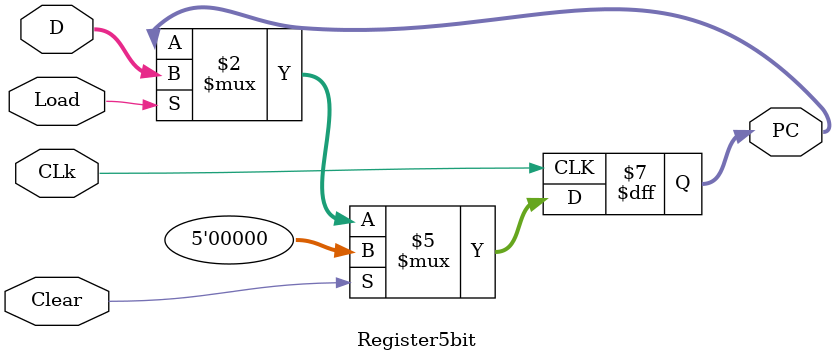
<source format=v>
module Register5bit (
	input [4:0] D,
	input CLk,Load,Clear,
	output reg [4:0] PC
);

	always @(posedge CLk) begin
		if (Clear) begin
			PC <= 5'b00000;
		end else if (Load) begin
			PC <= D;
		end
	end
	
endmodule
</source>
